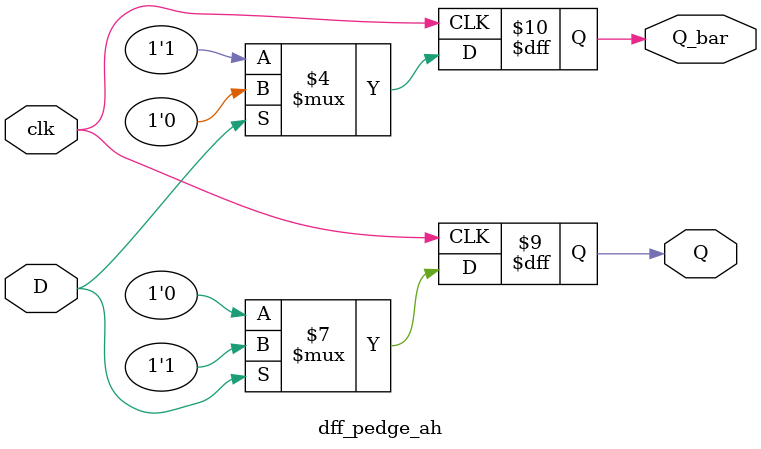
<source format=v>
module dff_pedge_ah (
    input D,
    input clk,
    output reg Q,
    output reg Q_bar
);

always@(posedge clk)
    if(D==1) begin 
        Q <= 1;
        Q_bar <= 0;
    end
    else begin
        Q <= 0;
        Q_bar <= 1;
    end

endmodule 

</source>
